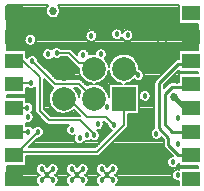
<source format=gbl>
G04 DipTrace Beta 2.3.5.2*
%INsubMicroLRSv2_0603.GBL*%
%MOIN*%
%ADD13C,0.008*%
%ADD14C,0.01*%
%ADD15C,0.005*%
%ADD17C,0.012*%
%ADD18C,0.015*%
%ADD19C,0.007*%
%ADD27R,0.0787X0.0787*%
%ADD28C,0.0787*%
%ADD34R,0.0591X0.0512*%
%ADD36C,0.018*%
%ADD37C,0.027*%
%ADD38C,0.03*%
%FSLAX44Y44*%
G04*
G70*
G90*
G75*
G01*
%LNBottom*%
%LPD*%
X3060Y1820D2*
D13*
Y1790D1*
X3050Y1780D1*
Y1850D1*
X2587Y2312D1*
X1563D1*
X1250Y2625D1*
Y3750D1*
X695Y4305D1*
X384D1*
X950Y3550D2*
X384D1*
Y3518D1*
X1190Y1930D2*
X416Y1156D1*
X384D1*
X4050Y3040D2*
X4060Y3030D1*
Y2160D1*
X3170Y1270D1*
X384D1*
Y1156D1*
X875Y1937D2*
X870Y1943D1*
X384D1*
X3050Y4040D2*
X2870Y4220D1*
X2560D1*
X2218Y4562D1*
X1812D1*
X2313Y687D2*
D15*
X2500Y500D1*
X2688Y313D2*
X2500Y500D1*
X2688Y687D2*
X2500Y500D1*
X2313Y313D2*
X2500Y500D1*
X6150Y5900D2*
X6170Y5880D1*
X6290D1*
Y3518D2*
D14*
X6192Y3420D1*
X5650D1*
X5420Y3190D1*
Y2190D1*
X5667Y1943D1*
X6290D1*
Y4305D2*
X6172Y4188D1*
X5858D1*
X5230Y3560D1*
Y2050D1*
X5540Y1740D1*
Y1490D1*
X5874Y1156D1*
X6290D1*
X3313Y687D2*
D15*
X3500Y500D1*
X3688Y313D2*
X3500Y500D1*
X3688Y687D2*
X3500Y500D1*
X3313Y313D2*
X3500Y500D1*
X2050Y3040D2*
D13*
X2210D1*
X2830Y2420D1*
X3470D1*
X3720Y2170D1*
X840Y2730D2*
X384D1*
X3050Y3040D2*
X2550Y3540D1*
X1750D1*
X1000Y4290D1*
X5730Y3082D2*
D18*
X6082Y2730D1*
X6290D1*
X4530Y3820D2*
D17*
X4310Y4040D1*
X4050D1*
X1313Y688D2*
D15*
X1500Y500D1*
X1688Y688D2*
X1500Y500D1*
X1688Y313D2*
X1500Y500D1*
X1313Y313D2*
X1500Y500D1*
D36*
X3500Y2750D3*
X4750Y3130D3*
X950Y3550D3*
X3500Y2750D3*
X1525Y4525D3*
X1190Y1930D3*
X2970Y5130D3*
X3820Y5180D3*
X2700Y4500D3*
X4180Y5150D3*
X3290Y4520D3*
X2327Y2000D3*
X2580Y1720D3*
X5690Y920D3*
X1000Y4290D3*
D3*
X2812Y1812D3*
D37*
X1688Y5960D3*
X5730Y3082D3*
D36*
X4530Y3820D3*
D3*
X937Y5000D3*
X400Y5630D3*
X5140Y1870D3*
X4080Y5950D3*
X840Y2730D3*
X3060Y1820D3*
X1500Y500D3*
X6020Y5320D3*
X5810Y3630D3*
X500Y500D3*
X700Y4900D3*
X2220Y5530D3*
X850Y2430D3*
X875Y1937D3*
D38*
X6150Y5900D3*
D36*
X1812Y4562D3*
X313Y687D3*
X5150Y1050D3*
X1910Y5530D3*
X3720Y2170D3*
X3188Y2182D3*
X5860Y1520D3*
X5870Y2380D3*
X5850Y480D3*
X1313Y688D3*
X1688D3*
X1313Y313D3*
X1688D3*
X2550Y3250D3*
X2020Y3800D3*
X5460Y5990D3*
X5480Y5620D3*
X5460Y5030D3*
X688Y687D3*
X313Y313D3*
X688D3*
X2500Y500D3*
X2313Y687D3*
X2688D3*
X2313Y313D3*
X2688D3*
X3500Y500D3*
X3313Y687D3*
X3688D3*
X3313Y313D3*
X3688D3*
X5180Y4680D3*
X5460D3*
X4450Y5090D3*
X5190Y5030D3*
X1850Y4820D3*
X5250Y4312D3*
X6438Y5125D3*
X1625Y2688D3*
X880Y3000D3*
X162Y6076D2*
D19*
X1468D1*
X1908D2*
X5880D1*
X162Y6007D2*
X1442D1*
X1932D2*
X5880D1*
X162Y5938D2*
X1439D1*
X1937D2*
X5880D1*
X162Y5869D2*
X1456D1*
X1919D2*
X5880D1*
X162Y5801D2*
X1497D1*
X1878D2*
X5880D1*
X162Y5732D2*
X1597D1*
X1778D2*
X5880D1*
X162Y5663D2*
X5880D1*
X162Y5595D2*
X5880D1*
X162Y5526D2*
X5880D1*
X162Y5457D2*
X6531D1*
X162Y5389D2*
X6531D1*
X162Y5320D2*
X2908D1*
X3031D2*
X3674D1*
X3967D2*
X4072D1*
X4288D2*
X6531D1*
X162Y5251D2*
X2806D1*
X3133D2*
X3629D1*
X4357D2*
X6531D1*
X162Y5183D2*
X855D1*
X1020D2*
X2772D1*
X3167D2*
X3616D1*
X4382D2*
X6531D1*
X162Y5114D2*
X769D1*
X1106D2*
X2766D1*
X3174D2*
X3627D1*
X4381D2*
X6531D1*
X162Y5045D2*
X738D1*
X1137D2*
X2784D1*
X3155D2*
X3668D1*
X4355D2*
X6531D1*
X162Y4977D2*
X734D1*
X1140D2*
X2838D1*
X3101D2*
X4078D1*
X4282D2*
X6531D1*
X162Y4908D2*
X756D1*
X1120D2*
X6531D1*
X162Y4839D2*
X816D1*
X1059D2*
X6531D1*
X162Y4770D2*
X6531D1*
X162Y4702D2*
X1429D1*
X1621D2*
X1666D1*
X2273D2*
X3206D1*
X3375D2*
X6531D1*
X795Y4633D2*
X1353D1*
X2363D2*
X2547D1*
X2853D2*
X3121D1*
X3459D2*
X5880D1*
X795Y4564D2*
X1324D1*
X2431D2*
X2506D1*
X2894D2*
X3091D1*
X3490D2*
X5880D1*
X795Y4496D2*
X1322D1*
X3493D2*
X3834D1*
X4266D2*
X5880D1*
X795Y4427D2*
X851D1*
X1149D2*
X1346D1*
X3471D2*
X3724D1*
X4376D2*
X5880D1*
X1193Y4358D2*
X1412D1*
X1638D2*
X2206D1*
X3445D2*
X3655D1*
X4445D2*
X5880D1*
X1216Y4290D2*
X2275D1*
X3492D2*
X3608D1*
X4492D2*
X5730D1*
X1285Y4221D2*
X2344D1*
X3525D2*
X3575D1*
X4524D2*
X5661D1*
X1354Y4152D2*
X2412D1*
X4545D2*
X5592D1*
X1423Y4084D2*
X2497D1*
X4556D2*
X5523D1*
X1491Y4015D2*
X2543D1*
X4579D2*
X5455D1*
X1559Y3946D2*
X2550D1*
X4690D2*
X5387D1*
X1628Y3878D2*
X2569D1*
X3531D2*
X3569D1*
X4726D2*
X5318D1*
X5778D2*
X5880D1*
X1697Y3809D2*
X2599D1*
X3502D2*
X3598D1*
X4734D2*
X5249D1*
X5709D2*
X5880D1*
X1766Y3740D2*
X2641D1*
X3459D2*
X3641D1*
X4718D2*
X5180D1*
X5640D2*
X5880D1*
X2625Y3671D2*
X2704D1*
X3397D2*
X3703D1*
X4668D2*
X5112D1*
X5571D2*
X5880D1*
X1405Y3603D2*
X1471D1*
X2703D2*
X2798D1*
X3303D2*
X3797D1*
X4302D2*
X5072D1*
X5502D2*
X5880D1*
X1405Y3534D2*
X1540D1*
X2772D2*
X2957D1*
X3142D2*
X3541D1*
X4558D2*
X5065D1*
X5434D2*
X5534D1*
X1405Y3465D2*
X1609D1*
X3322D2*
X3541D1*
X4558D2*
X5065D1*
X5395D2*
X5465D1*
X1405Y3397D2*
X1691D1*
X3409D2*
X3541D1*
X4558D2*
X5065D1*
X795Y3328D2*
X1096D1*
X1405D2*
X1633D1*
X2467D2*
X2546D1*
X3468D2*
X3541D1*
X4558D2*
X5065D1*
X795Y3259D2*
X1096D1*
X1405D2*
X1592D1*
X2508D2*
X2592D1*
X4558D2*
X4594D1*
X4906D2*
X5065D1*
X795Y3191D2*
X1096D1*
X1405D2*
X1565D1*
X4946D2*
X5065D1*
X162Y3122D2*
X1096D1*
X1405D2*
X1549D1*
X4954D2*
X5065D1*
X795Y3053D2*
X1096D1*
X1405D2*
X1542D1*
X4939D2*
X5065D1*
X795Y2985D2*
X1096D1*
X1405D2*
X1544D1*
X4558D2*
X4609D1*
X4891D2*
X5065D1*
X914Y2916D2*
X1096D1*
X1405D2*
X1557D1*
X4558D2*
X5065D1*
X1006Y2847D2*
X1096D1*
X1405D2*
X1580D1*
X4558D2*
X5065D1*
X1039Y2779D2*
X1096D1*
X1405D2*
X1615D1*
X4558D2*
X5065D1*
X1044Y2710D2*
X1096D1*
X1405D2*
X1666D1*
X4558D2*
X5065D1*
X1023Y2641D2*
X1096D1*
X1450D2*
X1739D1*
X4558D2*
X5065D1*
X994Y2572D2*
X1104D1*
X1519D2*
X1862D1*
X2238D2*
X2462D1*
X4558D2*
X5065D1*
X1041Y2504D2*
X1156D1*
X1587D2*
X2531D1*
X4215D2*
X5065D1*
X1055Y2435D2*
X1224D1*
X4215D2*
X5065D1*
X1044Y2366D2*
X1293D1*
X4215D2*
X5065D1*
X1004Y2298D2*
X1362D1*
X4215D2*
X5065D1*
X795Y2229D2*
X1430D1*
X3387D2*
X3445D1*
X4215D2*
X5065D1*
X795Y2160D2*
X2204D1*
X3391D2*
X3514D1*
X4215D2*
X5065D1*
X1006Y2092D2*
X1069D1*
X1311D2*
X2145D1*
X3371D2*
X3532D1*
X4197D2*
X5065D1*
X1371Y2023D2*
X2124D1*
X3311D2*
X3581D1*
X4138D2*
X5008D1*
X1393Y1954D2*
X2127D1*
X3212D2*
X3639D1*
X4071D2*
X4954D1*
X1390Y1886D2*
X2159D1*
X3253D2*
X3570D1*
X4002D2*
X4936D1*
X1359Y1817D2*
X2245D1*
X3264D2*
X3501D1*
X3933D2*
X4942D1*
X1275Y1748D2*
X2378D1*
X3251D2*
X3432D1*
X3864D2*
X4977D1*
X1156Y1680D2*
X2380D1*
X3206D2*
X3364D1*
X3795D2*
X5080D1*
X5199D2*
X5370D1*
X1087Y1611D2*
X2408D1*
X2751D2*
X3295D1*
X3727D2*
X5376D1*
X1018Y1542D2*
X2487D1*
X2673D2*
X3226D1*
X3658D2*
X5376D1*
X949Y1473D2*
X3157D1*
X3589D2*
X5377D1*
X3520Y1405D2*
X5401D1*
X3451Y1336D2*
X5464D1*
X3384Y1267D2*
X5533D1*
X3315Y1199D2*
X5601D1*
X3224Y1130D2*
X5670D1*
X795Y1061D2*
X5545D1*
X795Y993D2*
X5499D1*
X795Y924D2*
X5485D1*
X795Y855D2*
X1201D1*
X1424D2*
X1576D1*
X1799D2*
X2202D1*
X2424D2*
X2576D1*
X2800D2*
X3201D1*
X3424D2*
X3576D1*
X3799D2*
X5496D1*
X162Y787D2*
X1134D1*
X1866D2*
X2135D1*
X2865D2*
X3134D1*
X3866D2*
X5537D1*
X5842D2*
X6531D1*
X162Y718D2*
X1110D1*
X1890D2*
X2111D1*
X2890D2*
X3110D1*
X3890D2*
X5880D1*
X162Y649D2*
X1111D1*
X1888D2*
X2112D1*
X2888D2*
X3112D1*
X3889D2*
X5741D1*
X162Y581D2*
X1139D1*
X1861D2*
X2139D1*
X2861D2*
X3139D1*
X3861D2*
X5673D1*
X162Y512D2*
X1215D1*
X1785D2*
X2215D1*
X2785D2*
X3215D1*
X3785D2*
X5648D1*
X162Y443D2*
X1157D1*
X1843D2*
X2157D1*
X2843D2*
X3157D1*
X3843D2*
X5649D1*
X162Y374D2*
X1118D1*
X1882D2*
X2117D1*
X2883D2*
X3118D1*
X3882D2*
X5676D1*
X162Y306D2*
X1108D1*
X1892D2*
X2107D1*
X2893D2*
X3108D1*
X3892D2*
X5750D1*
X162Y237D2*
X1123D1*
X1878D2*
X2123D1*
X2877D2*
X3122D1*
X3877D2*
X5880D1*
X162Y168D2*
X1170D1*
X1829D2*
X2170D1*
X2830D2*
X3171D1*
X3830D2*
X5880D1*
X6539Y5516D2*
X5887D1*
Y6145D1*
X5733Y6144D1*
X1845D1*
X1879Y6109D1*
X1899Y6080D1*
X1914Y6048D1*
X1924Y6015D1*
X1930Y5960D1*
X1928Y5925D1*
X1920Y5891D1*
X1908Y5858D1*
X1891Y5828D1*
X1870Y5800D1*
X1845Y5775D1*
X1817Y5755D1*
X1786Y5738D1*
X1753Y5726D1*
X1719Y5719D1*
X1684Y5717D1*
X1649Y5720D1*
X1615Y5728D1*
X1582Y5741D1*
X1552Y5758D1*
X1525Y5780D1*
X1500Y5805D1*
X1480Y5834D1*
X1464Y5865D1*
X1453Y5898D1*
X1446Y5932D1*
X1445Y5967D1*
X1448Y6002D1*
X1457Y6036D1*
X1470Y6068D1*
X1488Y6098D1*
X1510Y6126D1*
X1530Y6144D1*
X155D1*
X156Y4669D1*
X788D1*
Y4421D1*
X826Y4383D1*
X834Y4397D1*
X855Y4425D1*
X881Y4448D1*
X911Y4467D1*
X944Y4480D1*
X978Y4487D1*
X1013D1*
X1047Y4482D1*
X1080Y4471D1*
X1111Y4454D1*
X1138Y4432D1*
X1161Y4405D1*
X1179Y4375D1*
X1191Y4342D1*
X1197Y4302D1*
X1811Y3688D1*
X2310D1*
X2550D1*
X2585Y3684D1*
X2617Y3672D1*
X2655Y3645D1*
X2816Y3483D1*
X2861Y3505D1*
X2928Y3526D1*
X2997Y3539D1*
X3013Y3540D1*
X2963Y3546D1*
X2895Y3563D1*
X2830Y3589D1*
X2770Y3624D1*
X2715Y3667D1*
X2666Y3717D1*
X2625Y3774D1*
X2592Y3836D1*
X2568Y3901D1*
X2553Y3970D1*
X2548Y4039D1*
X2550Y4073D1*
X2525Y4076D1*
X2493Y4088D1*
X2455Y4115D1*
X2156Y4415D1*
X1943D1*
X1909Y4390D1*
X1877Y4376D1*
X1843Y4367D1*
X1808Y4365D1*
X1773Y4369D1*
X1740Y4378D1*
X1709Y4394D1*
X1687Y4410D1*
X1650Y4372D1*
X1621Y4352D1*
X1590Y4338D1*
X1556Y4330D1*
X1521Y4327D1*
X1486Y4331D1*
X1452Y4341D1*
X1421Y4357D1*
X1393Y4378D1*
X1369Y4403D1*
X1350Y4432D1*
X1337Y4465D1*
X1329Y4499D1*
X1327Y4534D1*
X1332Y4568D1*
X1343Y4602D1*
X1359Y4632D1*
X1380Y4660D1*
X1406Y4683D1*
X1436Y4702D1*
X1469Y4715D1*
X1503Y4722D1*
X1538D1*
X1572Y4717D1*
X1605Y4706D1*
X1636Y4689D1*
X1650Y4677D1*
X1668Y4697D1*
X1694Y4721D1*
X1724Y4739D1*
X1756Y4752D1*
X1790Y4759D1*
X1825Y4760D1*
X1860Y4755D1*
X1893Y4743D1*
X1924Y4726D1*
X1943Y4710D1*
X2218D1*
X2252Y4706D1*
X2285Y4694D1*
X2322Y4667D1*
X2502Y4487D1*
X2507Y4543D1*
X2518Y4577D1*
X2534Y4607D1*
X2555Y4635D1*
X2581Y4658D1*
X2611Y4677D1*
X2644Y4690D1*
X2678Y4697D1*
X2713D1*
X2747Y4692D1*
X2780Y4681D1*
X2811Y4664D1*
X2838Y4642D1*
X2861Y4615D1*
X2879Y4585D1*
X2891Y4552D1*
X2897Y4517D1*
X2962Y4534D1*
X3032Y4541D1*
X3094Y4539D1*
X3097Y4563D1*
X3108Y4597D1*
X3124Y4627D1*
X3145Y4655D1*
X3171Y4678D1*
X3201Y4697D1*
X3234Y4710D1*
X3268Y4717D1*
X3303D1*
X3337Y4712D1*
X3370Y4701D1*
X3401Y4684D1*
X3428Y4662D1*
X3451Y4635D1*
X3469Y4605D1*
X3481Y4572D1*
X3488Y4520D1*
X3485Y4485D1*
X3476Y4451D1*
X3461Y4420D1*
X3440Y4391D1*
X3424Y4375D1*
X3475Y4307D1*
X3508Y4245D1*
X3532Y4179D1*
X3546Y4111D1*
X3550Y4077D1*
X3559Y4144D1*
X3579Y4211D1*
X3607Y4275D1*
X3644Y4334D1*
X3689Y4388D1*
X3741Y4435D1*
X3799Y4474D1*
X3861Y4505D1*
X3928Y4526D1*
X3997Y4539D1*
X4067Y4541D1*
X4136Y4534D1*
X4204Y4517D1*
X4269Y4491D1*
X4330Y4456D1*
X4385Y4413D1*
X4434Y4363D1*
X4475Y4307D1*
X4508Y4245D1*
X4532Y4179D1*
X4546Y4111D1*
X4551Y4037D1*
X4575Y4012D1*
X4610Y4001D1*
X4641Y3984D1*
X4668Y3962D1*
X4691Y3935D1*
X4709Y3905D1*
X4721Y3872D1*
X4728Y3820D1*
X4725Y3785D1*
X4716Y3751D1*
X4701Y3720D1*
X4680Y3691D1*
X4655Y3667D1*
X4626Y3647D1*
X4595Y3633D1*
X4561Y3625D1*
X4526Y3622D1*
X4491Y3626D1*
X4457Y3636D1*
X4426Y3652D1*
X4394Y3677D1*
X4359Y3645D1*
X4301Y3606D1*
X4238Y3575D1*
X4172Y3553D1*
X4104Y3541D1*
X4552Y3542D1*
Y2538D1*
X4207D1*
X4208Y2160D1*
X4204Y2125D1*
X4192Y2093D1*
X4165Y2055D1*
X3275Y1165D1*
X3247Y1144D1*
X3215Y1129D1*
X3170Y1122D1*
X787D1*
X788Y819D1*
Y792D1*
X154D1*
X155Y579D1*
Y155D1*
X1193D1*
X1157Y191D1*
X1138Y220D1*
X1124Y252D1*
X1116Y286D1*
X1115Y321D1*
X1119Y356D1*
X1130Y389D1*
X1146Y420D1*
X1168Y448D1*
X1194Y471D1*
X1224Y489D1*
X1251Y500D1*
X1209Y519D1*
X1181Y540D1*
X1157Y566D1*
X1138Y595D1*
X1124Y627D1*
X1116Y661D1*
X1115Y696D1*
X1119Y731D1*
X1130Y764D1*
X1146Y795D1*
X1168Y823D1*
X1194Y846D1*
X1224Y864D1*
X1256Y877D1*
X1290Y884D1*
X1325Y885D1*
X1360Y880D1*
X1393Y868D1*
X1424Y851D1*
X1451Y829D1*
X1473Y803D1*
X1491Y772D1*
X1500Y749D1*
X1521Y795D1*
X1543Y823D1*
X1569Y846D1*
X1599Y864D1*
X1631Y877D1*
X1665Y884D1*
X1700Y885D1*
X1735Y880D1*
X1768Y868D1*
X1799Y851D1*
X1826Y829D1*
X1848Y803D1*
X1866Y772D1*
X1878Y740D1*
X1885Y688D1*
X1882Y653D1*
X1873Y619D1*
X1858Y587D1*
X1838Y559D1*
X1813Y534D1*
X1784Y515D1*
X1751Y500D1*
X1799Y476D1*
X1826Y454D1*
X1848Y428D1*
X1866Y397D1*
X1878Y365D1*
X1885Y313D1*
X1882Y278D1*
X1873Y244D1*
X1858Y212D1*
X1838Y184D1*
X1806Y155D1*
X2193D1*
X2157Y191D1*
X2138Y220D1*
X2124Y252D1*
X2116Y286D1*
X2115Y321D1*
X2119Y356D1*
X2130Y389D1*
X2146Y420D1*
X2168Y448D1*
X2194Y471D1*
X2224Y489D1*
X2251Y500D1*
X2209Y519D1*
X2181Y540D1*
X2157Y566D1*
X2138Y595D1*
X2124Y627D1*
X2116Y661D1*
X2115Y696D1*
X2119Y731D1*
X2130Y764D1*
X2146Y795D1*
X2168Y822D1*
X2194Y846D1*
X2224Y864D1*
X2256Y877D1*
X2290Y884D1*
X2325Y885D1*
X2360Y880D1*
X2393Y868D1*
X2424Y851D1*
X2451Y829D1*
X2473Y803D1*
X2491Y772D1*
X2500Y749D1*
X2521Y795D1*
X2543Y822D1*
X2569Y846D1*
X2599Y864D1*
X2631Y877D1*
X2665Y884D1*
X2700Y885D1*
X2735Y880D1*
X2768Y868D1*
X2799Y851D1*
X2826Y829D1*
X2848Y803D1*
X2866Y772D1*
X2878Y740D1*
X2885Y687D1*
X2882Y653D1*
X2873Y619D1*
X2858Y587D1*
X2838Y559D1*
X2813Y534D1*
X2784Y515D1*
X2751Y500D1*
X2799Y476D1*
X2826Y454D1*
X2848Y428D1*
X2866Y397D1*
X2878Y365D1*
X2885Y313D1*
X2882Y278D1*
X2873Y244D1*
X2858Y212D1*
X2838Y184D1*
X2806Y155D1*
X3192D1*
X3157Y191D1*
X3138Y220D1*
X3124Y252D1*
X3116Y286D1*
X3115Y321D1*
X3119Y356D1*
X3130Y389D1*
X3146Y420D1*
X3168Y448D1*
X3194Y471D1*
X3224Y489D1*
X3251Y500D1*
X3209Y519D1*
X3181Y540D1*
X3157Y566D1*
X3138Y595D1*
X3124Y627D1*
X3116Y661D1*
X3115Y696D1*
X3119Y731D1*
X3130Y764D1*
X3146Y795D1*
X3168Y822D1*
X3194Y846D1*
X3224Y864D1*
X3256Y877D1*
X3290Y884D1*
X3325Y885D1*
X3360Y880D1*
X3393Y868D1*
X3424Y851D1*
X3451Y829D1*
X3473Y803D1*
X3491Y772D1*
X3500Y749D1*
X3521Y795D1*
X3543Y822D1*
X3569Y846D1*
X3599Y864D1*
X3631Y877D1*
X3665Y884D1*
X3700Y885D1*
X3735Y880D1*
X3768Y868D1*
X3799Y851D1*
X3826Y829D1*
X3848Y803D1*
X3866Y772D1*
X3878Y740D1*
X3885Y687D1*
X3882Y653D1*
X3873Y619D1*
X3858Y587D1*
X3838Y559D1*
X3813Y534D1*
X3784Y515D1*
X3751Y500D1*
X3799Y476D1*
X3826Y454D1*
X3848Y428D1*
X3866Y397D1*
X3878Y365D1*
X3885Y313D1*
X3882Y278D1*
X3873Y244D1*
X3858Y212D1*
X3838Y184D1*
X3806Y155D1*
X5887D1*
Y286D1*
X5846Y282D1*
X5811Y286D1*
X5777Y296D1*
X5746Y312D1*
X5718Y333D1*
X5694Y358D1*
X5675Y387D1*
X5662Y420D1*
X5654Y454D1*
X5652Y489D1*
X5657Y523D1*
X5668Y557D1*
X5684Y587D1*
X5705Y615D1*
X5731Y638D1*
X5761Y657D1*
X5794Y670D1*
X5828Y677D1*
X5863D1*
X5888Y674D1*
X5887Y732D1*
X6538D1*
Y793D1*
X6203Y792D1*
X5887D1*
Y902D1*
X5876Y851D1*
X5861Y820D1*
X5840Y791D1*
X5815Y767D1*
X5786Y747D1*
X5755Y733D1*
X5721Y725D1*
X5686Y722D1*
X5651Y726D1*
X5617Y736D1*
X5586Y752D1*
X5558Y773D1*
X5534Y798D1*
X5515Y827D1*
X5502Y860D1*
X5494Y894D1*
X5492Y929D1*
X5497Y963D1*
X5508Y997D1*
X5524Y1027D1*
X5545Y1055D1*
X5571Y1078D1*
X5601Y1097D1*
X5634Y1110D1*
X5668Y1117D1*
X5689Y1118D1*
X5428Y1378D1*
X5407Y1406D1*
X5391Y1437D1*
X5382Y1484D1*
Y1675D1*
X5301Y1756D1*
X5290Y1741D1*
X5265Y1717D1*
X5236Y1697D1*
X5205Y1683D1*
X5171Y1675D1*
X5136Y1672D1*
X5101Y1676D1*
X5067Y1686D1*
X5036Y1702D1*
X5008Y1723D1*
X4984Y1748D1*
X4965Y1777D1*
X4952Y1810D1*
X4944Y1844D1*
X4942Y1879D1*
X4947Y1913D1*
X4958Y1947D1*
X4974Y1977D1*
X4995Y2005D1*
X5021Y2028D1*
X5051Y2047D1*
X5073Y2055D1*
X5072Y3560D1*
X5076Y3595D1*
X5087Y3628D1*
X5114Y3667D1*
X5746Y4299D1*
X5773Y4321D1*
X5805Y4336D1*
X5852Y4345D1*
X5887D1*
Y4669D1*
X6538Y4670D1*
Y5515D1*
X6539Y3941D2*
X5887D1*
Y3993D1*
X5388Y3495D1*
Y3382D1*
X5538Y3532D1*
X5566Y3553D1*
X5597Y3569D1*
X5644Y3578D1*
X5887D1*
Y3882D1*
X6538D1*
Y3943D1*
X788Y2242D2*
Y2115D1*
X819Y2127D1*
X853Y2134D1*
X888Y2135D1*
X922Y2130D1*
X955Y2118D1*
X986Y2101D1*
X1013Y2079D1*
X1035Y2053D1*
X1071Y2088D1*
X1101Y2107D1*
X1134Y2120D1*
X1168Y2127D1*
X1203D1*
X1237Y2122D1*
X1270Y2111D1*
X1301Y2094D1*
X1328Y2072D1*
X1351Y2045D1*
X1369Y2015D1*
X1381Y1982D1*
X1388Y1930D1*
X1385Y1895D1*
X1376Y1861D1*
X1361Y1830D1*
X1340Y1801D1*
X1315Y1777D1*
X1286Y1757D1*
X1255Y1743D1*
X1221Y1735D1*
X1202Y1733D1*
X887Y1418D1*
X3109D1*
X3670Y1979D1*
X3647Y1986D1*
X3616Y2002D1*
X3588Y2023D1*
X3564Y2048D1*
X3545Y2077D1*
X3532Y2110D1*
X3524Y2144D1*
X3523Y2158D1*
X3409Y2272D1*
X3364D1*
X3378Y2235D1*
X3385Y2182D1*
X3382Y2148D1*
X3373Y2114D1*
X3358Y2082D1*
X3338Y2054D1*
X3313Y2029D1*
X3284Y2010D1*
X3252Y1996D1*
X3218Y1987D1*
X3183Y1985D1*
X3167Y1987D1*
X3198Y1962D1*
X3221Y1935D1*
X3239Y1905D1*
X3251Y1872D1*
X3258Y1820D1*
X3255Y1785D1*
X3246Y1751D1*
X3231Y1720D1*
X3210Y1691D1*
X3185Y1667D1*
X3156Y1647D1*
X3125Y1633D1*
X3091Y1625D1*
X3056Y1622D1*
X3021Y1626D1*
X2987Y1636D1*
X2956Y1652D1*
X2941Y1663D1*
X2909Y1640D1*
X2877Y1626D1*
X2843Y1617D1*
X2808Y1615D1*
X2773Y1619D1*
X2754Y1624D1*
X2730Y1591D1*
X2705Y1567D1*
X2676Y1547D1*
X2645Y1533D1*
X2611Y1525D1*
X2576Y1522D1*
X2541Y1526D1*
X2507Y1536D1*
X2476Y1552D1*
X2448Y1573D1*
X2424Y1598D1*
X2405Y1627D1*
X2392Y1660D1*
X2384Y1694D1*
X2382Y1729D1*
X2387Y1763D1*
X2398Y1797D1*
X2410Y1821D1*
X2391Y1813D1*
X2357Y1805D1*
X2322Y1802D1*
X2288Y1806D1*
X2254Y1816D1*
X2223Y1832D1*
X2195Y1853D1*
X2171Y1878D1*
X2152Y1907D1*
X2138Y1940D1*
X2131Y1974D1*
X2129Y2009D1*
X2134Y2043D1*
X2144Y2077D1*
X2161Y2107D1*
X2182Y2135D1*
X2218Y2165D1*
X1563D1*
X1528Y2169D1*
X1495Y2181D1*
X1458Y2208D1*
X1145Y2520D1*
X1124Y2548D1*
X1109Y2580D1*
X1102Y2625D1*
Y3425D1*
X1075Y3397D1*
X1046Y3377D1*
X1015Y3363D1*
X981Y3355D1*
X946Y3352D1*
X911Y3356D1*
X877Y3366D1*
X846Y3382D1*
X819Y3402D1*
X787D1*
X788Y3154D1*
X154D1*
X155Y3094D1*
X788D1*
Y2920D1*
X818Y2927D1*
X853D1*
X887Y2922D1*
X920Y2911D1*
X951Y2894D1*
X978Y2872D1*
X1001Y2845D1*
X1019Y2815D1*
X1031Y2782D1*
X1038Y2730D1*
X1035Y2695D1*
X1026Y2661D1*
X1011Y2630D1*
X990Y2601D1*
X974Y2585D1*
X1011Y2545D1*
X1029Y2515D1*
X1041Y2482D1*
X1048Y2430D1*
X1045Y2395D1*
X1036Y2361D1*
X1021Y2330D1*
X1000Y2301D1*
X975Y2277D1*
X946Y2257D1*
X915Y2243D1*
X881Y2235D1*
X846Y2232D1*
X811Y2236D1*
X787Y2243D1*
X3583Y3542D2*
X3996D1*
X3929Y3553D1*
X3862Y3575D1*
X3800Y3606D1*
X3742Y3645D1*
X3690Y3691D1*
X3645Y3745D1*
X3607Y3804D1*
X3579Y3868D1*
X3560Y3935D1*
X3550Y4003D1*
X3541Y3936D1*
X3521Y3869D1*
X3493Y3805D1*
X3456Y3745D1*
X3411Y3692D1*
X3359Y3645D1*
X3301Y3606D1*
X3238Y3575D1*
X3172Y3553D1*
X3103Y3541D1*
X3086Y3540D1*
X3136Y3534D1*
X3204Y3517D1*
X3269Y3491D1*
X3330Y3456D1*
X3385Y3413D1*
X3434Y3363D1*
X3475Y3307D1*
X3508Y3245D1*
X3532Y3179D1*
X3546Y3111D1*
X3548Y3098D1*
Y3542D1*
X3583D1*
X2550Y3078D2*
X2559Y3144D1*
X2579Y3211D1*
X2606Y3274D1*
X2488Y3393D1*
X2407Y3392D1*
X2434Y3363D1*
X2475Y3307D1*
X2508Y3245D1*
X2532Y3179D1*
X2546Y3111D1*
X2550Y3077D1*
X2380Y2662D2*
X2331Y2624D1*
X2270Y2589D1*
X2205Y2563D1*
X2137Y2546D1*
X2068Y2539D1*
X1998Y2541D1*
X1929Y2553D1*
X1862Y2575D1*
X1800Y2606D1*
X1742Y2645D1*
X1690Y2691D1*
X1645Y2745D1*
X1607Y2804D1*
X1579Y2868D1*
X1560Y2935D1*
X1550Y3005D1*
Y3074D1*
X1559Y3144D1*
X1579Y3211D1*
X1607Y3275D1*
X1644Y3334D1*
X1689Y3388D1*
X1702Y3401D1*
X1683Y3408D1*
X1645Y3435D1*
X1397Y3684D1*
X1398Y3225D1*
Y2686D1*
X1624Y2460D1*
X1913D1*
X2581D1*
X2380Y2661D1*
X4945Y3095D2*
X4936Y3061D1*
X4921Y3030D1*
X4900Y3001D1*
X4875Y2977D1*
X4846Y2957D1*
X4815Y2943D1*
X4781Y2935D1*
X4746Y2932D1*
X4711Y2936D1*
X4677Y2946D1*
X4646Y2962D1*
X4618Y2983D1*
X4594Y3008D1*
X4575Y3037D1*
X4562Y3070D1*
X4554Y3104D1*
X4552Y3139D1*
X4557Y3173D1*
X4568Y3207D1*
X4584Y3237D1*
X4605Y3265D1*
X4631Y3288D1*
X4661Y3307D1*
X4694Y3320D1*
X4728Y3327D1*
X4763D1*
X4797Y3322D1*
X4830Y3311D1*
X4861Y3294D1*
X4888Y3272D1*
X4911Y3245D1*
X4929Y3215D1*
X4941Y3182D1*
X4948Y3130D1*
X4945Y3095D1*
X3165Y5095D2*
X3156Y5061D1*
X3141Y5030D1*
X3120Y5001D1*
X3095Y4977D1*
X3066Y4957D1*
X3035Y4943D1*
X3001Y4935D1*
X2966Y4932D1*
X2931Y4936D1*
X2897Y4946D1*
X2866Y4962D1*
X2838Y4983D1*
X2814Y5008D1*
X2795Y5037D1*
X2782Y5070D1*
X2774Y5104D1*
X2772Y5139D1*
X2777Y5173D1*
X2788Y5207D1*
X2804Y5237D1*
X2825Y5265D1*
X2851Y5288D1*
X2881Y5307D1*
X2914Y5320D1*
X2948Y5327D1*
X2983D1*
X3017Y5322D1*
X3050Y5311D1*
X3081Y5294D1*
X3108Y5272D1*
X3131Y5245D1*
X3149Y5215D1*
X3161Y5182D1*
X3168Y5130D1*
X3165Y5095D1*
X3993Y5085D2*
X3970Y5051D1*
X3945Y5027D1*
X3916Y5007D1*
X3885Y4993D1*
X3851Y4985D1*
X3816Y4982D1*
X3781Y4986D1*
X3747Y4996D1*
X3716Y5012D1*
X3688Y5033D1*
X3664Y5058D1*
X3645Y5087D1*
X3632Y5120D1*
X3624Y5154D1*
X3622Y5189D1*
X3627Y5223D1*
X3638Y5257D1*
X3654Y5287D1*
X3675Y5315D1*
X3701Y5338D1*
X3731Y5357D1*
X3764Y5370D1*
X3798Y5377D1*
X3833D1*
X3867Y5372D1*
X3900Y5361D1*
X3931Y5344D1*
X3958Y5322D1*
X3981Y5295D1*
X3999Y5265D1*
X4007Y5243D1*
X4014Y5257D1*
X4035Y5285D1*
X4061Y5308D1*
X4091Y5327D1*
X4124Y5340D1*
X4158Y5347D1*
X4193D1*
X4227Y5342D1*
X4260Y5331D1*
X4291Y5314D1*
X4318Y5292D1*
X4341Y5265D1*
X4359Y5235D1*
X4371Y5202D1*
X4378Y5150D1*
X4375Y5115D1*
X4366Y5081D1*
X4351Y5050D1*
X4330Y5021D1*
X4305Y4997D1*
X4276Y4977D1*
X4245Y4963D1*
X4211Y4955D1*
X4176Y4952D1*
X4141Y4956D1*
X4107Y4966D1*
X4076Y4982D1*
X4048Y5003D1*
X4024Y5028D1*
X4005Y5057D1*
X3994Y5085D1*
X826Y4383D2*
X834Y4397D1*
X855Y4425D1*
X881Y4448D1*
X911Y4467D1*
X944Y4480D1*
X978Y4487D1*
X1013D1*
X1047Y4482D1*
X1080Y4471D1*
X1111Y4454D1*
X1138Y4432D1*
X1161Y4405D1*
X1179Y4375D1*
X1191Y4342D1*
X1197Y4302D1*
X4574Y4013D2*
X4610Y4001D1*
X4641Y3984D1*
X4668Y3962D1*
X4691Y3935D1*
X4709Y3905D1*
X4721Y3872D1*
X4728Y3820D1*
X4725Y3785D1*
X4716Y3751D1*
X4701Y3720D1*
X4680Y3691D1*
X4655Y3667D1*
X4626Y3647D1*
X4595Y3633D1*
X4561Y3625D1*
X4526Y3622D1*
X4491Y3626D1*
X4457Y3636D1*
X4426Y3652D1*
X4394Y3677D1*
X1132Y4965D2*
X1123Y4931D1*
X1108Y4900D1*
X1088Y4871D1*
X1063Y4847D1*
X1034Y4827D1*
X1002Y4813D1*
X968Y4805D1*
X933Y4802D1*
X898Y4806D1*
X865Y4816D1*
X834Y4832D1*
X806Y4853D1*
X782Y4878D1*
X763Y4907D1*
X749Y4940D1*
X741Y4974D1*
X740Y5009D1*
X744Y5043D1*
X755Y5077D1*
X771Y5107D1*
X793Y5135D1*
X819Y5158D1*
X849Y5177D1*
X881Y5190D1*
X915Y5197D1*
X950D1*
X985Y5192D1*
X1018Y5181D1*
X1049Y5164D1*
X1076Y5142D1*
X1098Y5115D1*
X1116Y5085D1*
X1128Y5052D1*
X1135Y5000D1*
X1132Y4965D1*
D27*
X4050Y3040D3*
D28*
X3050D3*
X4050Y4040D3*
X3050D3*
X2050Y3040D3*
Y4040D3*
D34*
X6290Y5880D3*
Y5093D3*
Y4305D3*
Y3518D3*
Y2730D3*
Y1943D3*
Y1156D3*
Y368D3*
X384D3*
Y1156D3*
Y1943D3*
Y2730D3*
Y3518D3*
Y4305D3*
Y5093D3*
Y5880D3*
M02*

</source>
